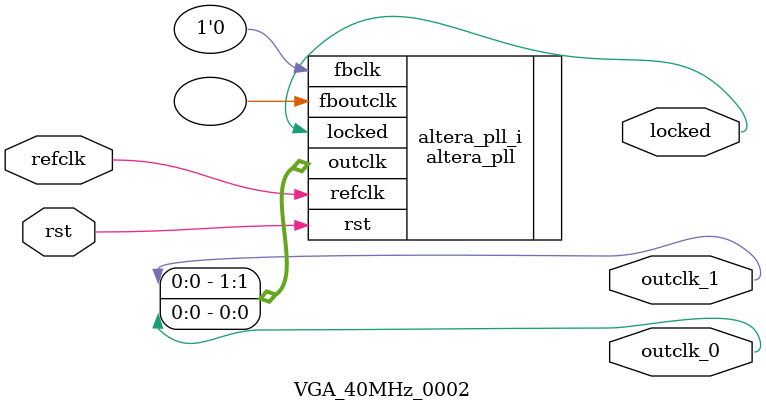
<source format=v>
`timescale 1ns/10ps
module  VGA_40MHz_0002(

	// interface 'refclk'
	input wire refclk,

	// interface 'reset'
	input wire rst,

	// interface 'outclk0'
	output wire outclk_0,

	// interface 'outclk1'
	output wire outclk_1,

	// interface 'locked'
	output wire locked
);

	altera_pll #(
		.fractional_vco_multiplier("true"),
		.reference_clock_frequency("50.0 MHz"),
		.operation_mode("direct"),
		.number_of_clocks(2),
		.output_clock_frequency0("40.000000 MHz"),
		.phase_shift0("0 ps"),
		.duty_cycle0(50),
		.output_clock_frequency1("1.000000 MHz"),
		.phase_shift1("0 ps"),
		.duty_cycle1(50),
		.output_clock_frequency2("0 MHz"),
		.phase_shift2("0 ps"),
		.duty_cycle2(50),
		.output_clock_frequency3("0 MHz"),
		.phase_shift3("0 ps"),
		.duty_cycle3(50),
		.output_clock_frequency4("0 MHz"),
		.phase_shift4("0 ps"),
		.duty_cycle4(50),
		.output_clock_frequency5("0 MHz"),
		.phase_shift5("0 ps"),
		.duty_cycle5(50),
		.output_clock_frequency6("0 MHz"),
		.phase_shift6("0 ps"),
		.duty_cycle6(50),
		.output_clock_frequency7("0 MHz"),
		.phase_shift7("0 ps"),
		.duty_cycle7(50),
		.output_clock_frequency8("0 MHz"),
		.phase_shift8("0 ps"),
		.duty_cycle8(50),
		.output_clock_frequency9("0 MHz"),
		.phase_shift9("0 ps"),
		.duty_cycle9(50),
		.output_clock_frequency10("0 MHz"),
		.phase_shift10("0 ps"),
		.duty_cycle10(50),
		.output_clock_frequency11("0 MHz"),
		.phase_shift11("0 ps"),
		.duty_cycle11(50),
		.output_clock_frequency12("0 MHz"),
		.phase_shift12("0 ps"),
		.duty_cycle12(50),
		.output_clock_frequency13("0 MHz"),
		.phase_shift13("0 ps"),
		.duty_cycle13(50),
		.output_clock_frequency14("0 MHz"),
		.phase_shift14("0 ps"),
		.duty_cycle14(50),
		.output_clock_frequency15("0 MHz"),
		.phase_shift15("0 ps"),
		.duty_cycle15(50),
		.output_clock_frequency16("0 MHz"),
		.phase_shift16("0 ps"),
		.duty_cycle16(50),
		.output_clock_frequency17("0 MHz"),
		.phase_shift17("0 ps"),
		.duty_cycle17(50),
		.pll_type("General"),
		.pll_subtype("General")
	) altera_pll_i (
		.rst	(rst),
		.outclk	({outclk_1, outclk_0}),
		.locked	(locked),
		.fboutclk	( ),
		.fbclk	(1'b0),
		.refclk	(refclk)
	);
endmodule


</source>
